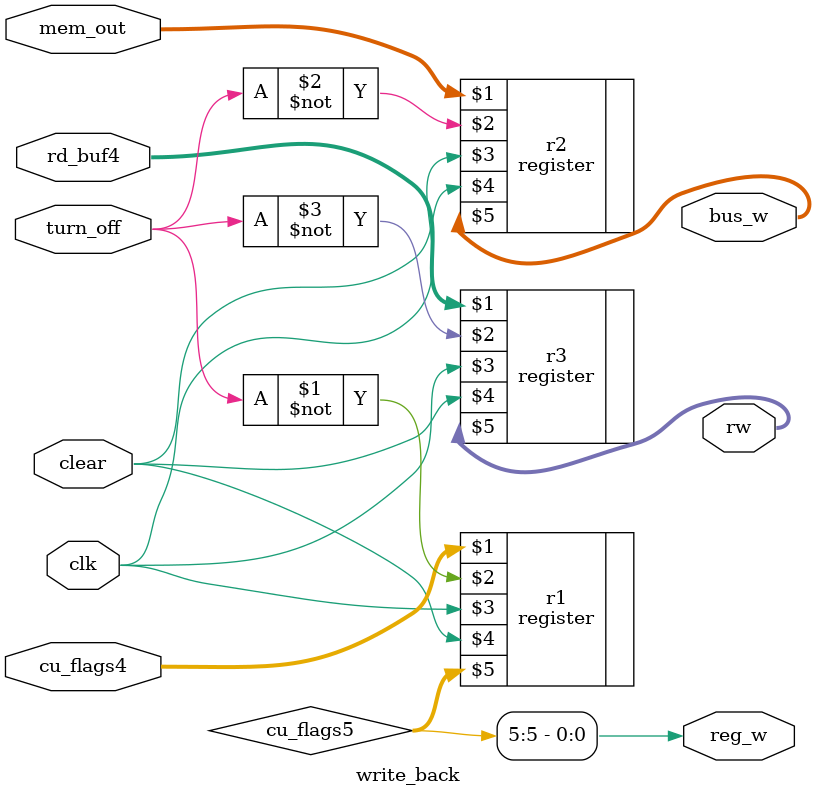
<source format=v>
module write_back(clk, clear, turn_off, mem_out, rd_buf4, cu_flags4, rw, bus_w, reg_w);
	
	input [7:0] cu_flags4;
	input [3:0] rd_buf4;
	input [31:0] mem_out;
	input turn_off, clk, clear;
	
	output [3:0] rw;
	output reg_w;
	output [31:0] bus_w;
	
	wire [7:0] cu_flags5;
	
	
	register #(8) r1(cu_flags4, ~turn_off, clk, clear, cu_flags5);
	register #(32) r2(mem_out, ~turn_off, clk, clear, bus_w);
	register #(4) r3(rd_buf4, ~turn_off, clk, clear, rw);
	
	assign reg_w = cu_flags5[5];
	
	
endmodule
</source>
